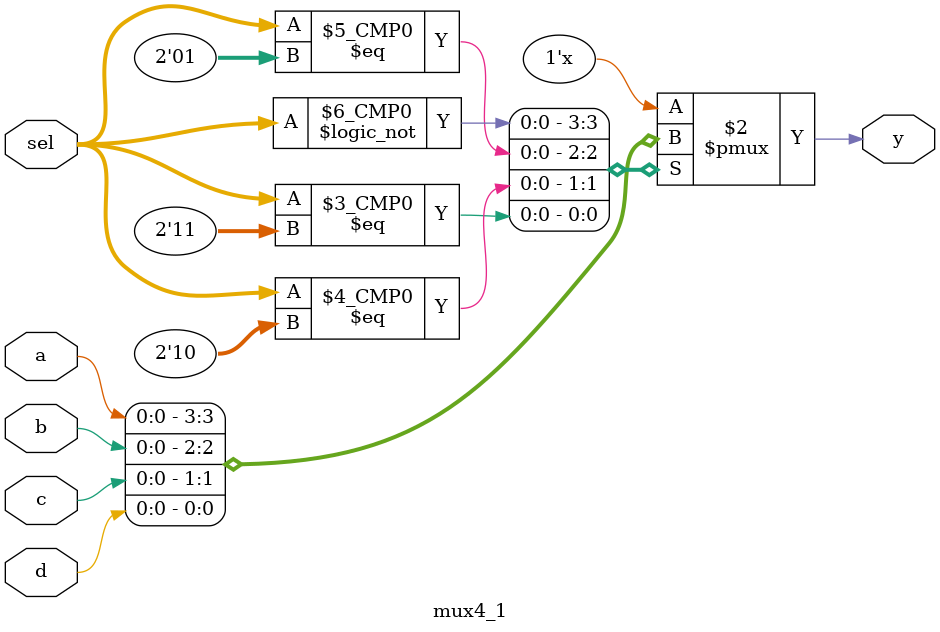
<source format=sv>
module mux4_1(
  input logic [1:0] sel,
  input logic a, b, c, d,
  output logic y
);
  always_comb begin
    case (sel)
      2'b00: y = a;
      2'b01: y = b;
      2'b10: y = c;
      2'b11: y = d;
    endcase
  end
endmodule

</source>
